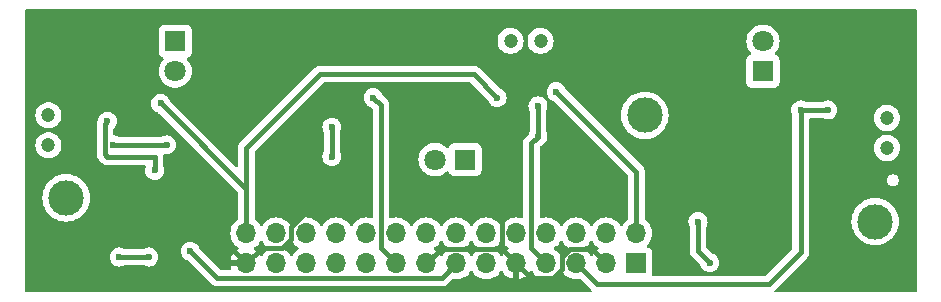
<source format=gbr>
%TF.GenerationSoftware,KiCad,Pcbnew,8.0.1*%
%TF.CreationDate,2024-03-24T20:30:25+02:00*%
%TF.ProjectId,Sensing_Subsystem,53656e73-696e-4675-9f53-756273797374,rev?*%
%TF.SameCoordinates,Original*%
%TF.FileFunction,Copper,L2,Bot*%
%TF.FilePolarity,Positive*%
%FSLAX46Y46*%
G04 Gerber Fmt 4.6, Leading zero omitted, Abs format (unit mm)*
G04 Created by KiCad (PCBNEW 8.0.1) date 2024-03-24 20:30:25*
%MOMM*%
%LPD*%
G01*
G04 APERTURE LIST*
%TA.AperFunction,ComponentPad*%
%ADD10C,1.200000*%
%TD*%
%TA.AperFunction,ComponentPad*%
%ADD11R,1.800000X1.800000*%
%TD*%
%TA.AperFunction,ComponentPad*%
%ADD12C,1.800000*%
%TD*%
%TA.AperFunction,ComponentPad*%
%ADD13C,3.000000*%
%TD*%
%TA.AperFunction,ComponentPad*%
%ADD14R,1.700000X1.700000*%
%TD*%
%TA.AperFunction,ComponentPad*%
%ADD15O,1.700000X1.700000*%
%TD*%
%TA.AperFunction,ViaPad*%
%ADD16C,0.600000*%
%TD*%
%TA.AperFunction,Conductor*%
%ADD17C,0.400000*%
%TD*%
G04 APERTURE END LIST*
D10*
%TO.P,D5,1,A*%
%TO.N,Net-(D5-A)*%
X157670000Y-78700000D03*
%TO.P,D5,2,C*%
%TO.N,+3.3V*%
X155130000Y-78700000D03*
%TD*%
D11*
%TO.P,D1,1,A*%
%TO.N,BATT*%
X126750000Y-78725000D03*
D12*
%TO.P,D1,2,C*%
%TO.N,Net-(D1-C)*%
X126750000Y-81265000D03*
%TD*%
D13*
%TO.P,TP2,1,1*%
%TO.N,Net-(D5-A)*%
X166500000Y-85000000D03*
%TD*%
D11*
%TO.P,D2,1,A*%
%TO.N,BATT*%
X151275000Y-88750000D03*
D12*
%TO.P,D2,2,C*%
%TO.N,Net-(D2-C)*%
X148735000Y-88750000D03*
%TD*%
D10*
%TO.P,D6,1,A*%
%TO.N,Net-(D6-A)*%
X116000000Y-85000000D03*
%TO.P,D6,2,C*%
%TO.N,+3.3V*%
X116000000Y-87540000D03*
%TD*%
%TO.P,D4,1,A*%
%TO.N,Net-(D4-A)*%
X187000000Y-87770000D03*
%TO.P,D4,2,C*%
%TO.N,+3.3V*%
X187000000Y-85230000D03*
%TD*%
D13*
%TO.P,TP3,1,1*%
%TO.N,Net-(D6-A)*%
X117500000Y-92000000D03*
%TD*%
D11*
%TO.P,D3,1,A*%
%TO.N,BATT*%
X176500000Y-81275000D03*
D12*
%TO.P,D3,2,C*%
%TO.N,Net-(D3-C)*%
X176500000Y-78735000D03*
%TD*%
D13*
%TO.P,TP1,1,1*%
%TO.N,Net-(D4-A)*%
X186000000Y-94000000D03*
%TD*%
D14*
%TO.P,J1,1,Pin_1*%
%TO.N,unconnected-(J1-Pin_1-Pad1)*%
X165780000Y-97540000D03*
D15*
%TO.P,J1,2,Pin_2*%
%TO.N,+3.3V*%
X165780000Y-95000000D03*
%TO.P,J1,3,Pin_3*%
%TO.N,GND*%
X163240000Y-97540000D03*
%TO.P,J1,4,Pin_4*%
%TO.N,BATT*%
X163240000Y-95000000D03*
%TO.P,J1,5,Pin_5*%
%TO.N,PA3*%
X160700000Y-97540000D03*
%TO.P,J1,6,Pin_6*%
%TO.N,unconnected-(J1-Pin_6-Pad6)*%
X160700000Y-95000000D03*
%TO.P,J1,7,Pin_7*%
%TO.N,PA4*%
X158160000Y-97540000D03*
%TO.P,J1,8,Pin_8*%
%TO.N,unconnected-(J1-Pin_8-Pad8)*%
X158160000Y-95000000D03*
%TO.P,J1,9,Pin_9*%
%TO.N,GND*%
X155620000Y-97540000D03*
%TO.P,J1,10,Pin_10*%
%TO.N,unconnected-(J1-Pin_10-Pad10)*%
X155620000Y-95000000D03*
%TO.P,J1,11,Pin_11*%
%TO.N,PA5*%
X153080000Y-97540000D03*
%TO.P,J1,12,Pin_12*%
%TO.N,unconnected-(J1-Pin_12-Pad12)*%
X153080000Y-95000000D03*
%TO.P,J1,13,Pin_13*%
%TO.N,PA6*%
X150540000Y-97540000D03*
%TO.P,J1,14,Pin_14*%
%TO.N,unconnected-(J1-Pin_14-Pad14)*%
X150540000Y-95000000D03*
%TO.P,J1,15,Pin_15*%
%TO.N,GND*%
X148000000Y-97540000D03*
%TO.P,J1,16,Pin_16*%
%TO.N,unconnected-(J1-Pin_16-Pad16)*%
X148000000Y-95000000D03*
%TO.P,J1,17,Pin_17*%
%TO.N,PA7*%
X145460000Y-97540000D03*
%TO.P,J1,18,Pin_18*%
%TO.N,unconnected-(J1-Pin_18-Pad18)*%
X145460000Y-95000000D03*
%TO.P,J1,19,Pin_19*%
%TO.N,PC4*%
X142920000Y-97540000D03*
%TO.P,J1,20,Pin_20*%
%TO.N,unconnected-(J1-Pin_20-Pad20)*%
X142920000Y-95000000D03*
%TO.P,J1,21,Pin_21*%
%TO.N,unconnected-(J1-Pin_21-Pad21)*%
X140380000Y-97540000D03*
%TO.P,J1,22,Pin_22*%
%TO.N,unconnected-(J1-Pin_22-Pad22)*%
X140380000Y-95000000D03*
%TO.P,J1,23,Pin_23*%
%TO.N,unconnected-(J1-Pin_23-Pad23)*%
X137840000Y-97540000D03*
%TO.P,J1,24,Pin_24*%
%TO.N,unconnected-(J1-Pin_24-Pad24)*%
X137840000Y-95000000D03*
%TO.P,J1,25,Pin_25*%
%TO.N,unconnected-(J1-Pin_25-Pad25)*%
X135300000Y-97540000D03*
%TO.P,J1,26,Pin_26*%
%TO.N,BATT*%
X135300000Y-95000000D03*
%TO.P,J1,27,Pin_27*%
%TO.N,GND*%
X132760000Y-97540000D03*
%TO.P,J1,28,Pin_28*%
%TO.N,+3.3V*%
X132760000Y-95000000D03*
%TD*%
D16*
%TO.N,+3.3V*%
X159000000Y-83000000D03*
X125500000Y-84000000D03*
X154000000Y-83500000D03*
%TO.N,Net-(D6-A)*%
X121000000Y-85500000D03*
X125000000Y-89674264D03*
%TO.N,GND*%
X173950000Y-93500000D03*
X119000000Y-89000000D03*
X155500000Y-88000000D03*
X139000000Y-92000000D03*
X125000000Y-91000000D03*
X184000000Y-85000000D03*
X188000000Y-83000000D03*
%TO.N,PA6*%
X128000000Y-96500000D03*
%TO.N,PA4*%
X157450000Y-84200000D03*
X157450000Y-86800000D03*
%TO.N,PA5*%
X121500000Y-87500000D03*
X126000000Y-87500000D03*
%TO.N,PA3*%
X179700000Y-84550000D03*
X182000000Y-84550000D03*
%TO.N,PA7*%
X143500000Y-83500000D03*
%TO.N,Net-(Q1-B)*%
X122000000Y-97000000D03*
X124500000Y-97000000D03*
%TO.N,Net-(Q2-B)*%
X140000000Y-86000000D03*
X140000000Y-88500000D03*
%TO.N,Net-(Q3-B)*%
X172000000Y-97500000D03*
X171000000Y-94000000D03*
%TD*%
D17*
%TO.N,+3.3V*%
X125500000Y-84000000D02*
X132760000Y-91260000D01*
X152000000Y-81500000D02*
X154000000Y-83500000D01*
X159000000Y-83000000D02*
X165780000Y-89780000D01*
X132760000Y-91260000D02*
X132760000Y-95000000D01*
X165780000Y-89780000D02*
X165780000Y-95000000D01*
X132760000Y-87740000D02*
X139000000Y-81500000D01*
X139000000Y-81500000D02*
X152000000Y-81500000D01*
X132760000Y-91260000D02*
X132760000Y-87740000D01*
%TO.N,Net-(D6-A)*%
X125000000Y-88500000D02*
X125000000Y-89674264D01*
X121000000Y-88500000D02*
X125000000Y-88500000D01*
X120800000Y-85700000D02*
X120800000Y-88300000D01*
X120800000Y-88300000D02*
X121000000Y-88500000D01*
X121000000Y-85500000D02*
X120800000Y-85700000D01*
%TO.N,GND*%
X161990000Y-96290000D02*
X163240000Y-97540000D01*
X160182233Y-96290000D02*
X161990000Y-96290000D01*
X154370000Y-89130000D02*
X155500000Y-88000000D01*
X155620000Y-97540000D02*
X154370000Y-96290000D01*
X135817767Y-96250000D02*
X134050000Y-96250000D01*
X154370000Y-96290000D02*
X154370000Y-89130000D01*
X136550000Y-95517767D02*
X135817767Y-96250000D01*
X156870000Y-98790000D02*
X158717767Y-98790000D01*
X154370000Y-96290000D02*
X149250000Y-96290000D01*
X134050000Y-96250000D02*
X132760000Y-97540000D01*
X159450000Y-97022233D02*
X160182233Y-96290000D01*
X125000000Y-91000000D02*
X126220000Y-91000000D01*
X126220000Y-91000000D02*
X132760000Y-97540000D01*
X158717767Y-98790000D02*
X159450000Y-98057767D01*
X139000000Y-92000000D02*
X136550000Y-94450000D01*
X155620000Y-97540000D02*
X156870000Y-98790000D01*
X121000000Y-91000000D02*
X119000000Y-89000000D01*
X125000000Y-91000000D02*
X121000000Y-91000000D01*
X186000000Y-83000000D02*
X188000000Y-83000000D01*
X159450000Y-98057767D02*
X159450000Y-97022233D01*
X149250000Y-96290000D02*
X148000000Y-97540000D01*
X136550000Y-94450000D02*
X136550000Y-95517767D01*
X184000000Y-85000000D02*
X186000000Y-83000000D01*
%TO.N,PA6*%
X130290000Y-98790000D02*
X128000000Y-96500000D01*
X149290000Y-98790000D02*
X130290000Y-98790000D01*
X150540000Y-97540000D02*
X149290000Y-98790000D01*
%TO.N,PA4*%
X156887767Y-96267767D02*
X156887767Y-87362233D01*
X156887767Y-87362233D02*
X157450000Y-86800000D01*
X157450000Y-86800000D02*
X157450000Y-84200000D01*
X158160000Y-97540000D02*
X156887767Y-96267767D01*
%TO.N,PA5*%
X122000000Y-87500000D02*
X126000000Y-87500000D01*
X121500000Y-87500000D02*
X122000000Y-87500000D01*
%TO.N,PA3*%
X179700000Y-96600000D02*
X179700000Y-84550000D01*
X160700000Y-97540000D02*
X162460000Y-99300000D01*
X162460000Y-99300000D02*
X177000000Y-99300000D01*
X177000000Y-99300000D02*
X179700000Y-96600000D01*
X182000000Y-84550000D02*
X179700000Y-84550000D01*
%TO.N,PA7*%
X144170000Y-96250000D02*
X144170000Y-84170000D01*
X144170000Y-84170000D02*
X143500000Y-83500000D01*
X145460000Y-97540000D02*
X144170000Y-96250000D01*
%TO.N,Net-(Q1-B)*%
X122000000Y-97000000D02*
X124500000Y-97000000D01*
%TO.N,Net-(Q2-B)*%
X140000000Y-86000000D02*
X140000000Y-88500000D01*
%TO.N,Net-(Q3-B)*%
X171000000Y-96500000D02*
X172000000Y-97500000D01*
X171000000Y-94000000D02*
X171000000Y-96500000D01*
%TD*%
%TA.AperFunction,Conductor*%
%TO.N,GND*%
G36*
X189442539Y-76020185D02*
G01*
X189488294Y-76072989D01*
X189499500Y-76124500D01*
X189499500Y-99875500D01*
X189479815Y-99942539D01*
X189427011Y-99988294D01*
X189375500Y-99999500D01*
X177590520Y-99999500D01*
X177523481Y-99979815D01*
X177477726Y-99927011D01*
X177467782Y-99857853D01*
X177496807Y-99794297D01*
X177502839Y-99787819D01*
X180244111Y-97046546D01*
X180244112Y-97046545D01*
X180244114Y-97046543D01*
X180320775Y-96931811D01*
X180373580Y-96804328D01*
X180400500Y-96668994D01*
X180400500Y-96531006D01*
X180400500Y-94000001D01*
X183994390Y-94000001D01*
X184014804Y-94285433D01*
X184075628Y-94565037D01*
X184175635Y-94833166D01*
X184312770Y-95084309D01*
X184312775Y-95084317D01*
X184484254Y-95313387D01*
X184484270Y-95313405D01*
X184686594Y-95515729D01*
X184686612Y-95515745D01*
X184915682Y-95687224D01*
X184915690Y-95687229D01*
X185166833Y-95824364D01*
X185166832Y-95824364D01*
X185166836Y-95824365D01*
X185166839Y-95824367D01*
X185434954Y-95924369D01*
X185434960Y-95924370D01*
X185434962Y-95924371D01*
X185714566Y-95985195D01*
X185714568Y-95985195D01*
X185714572Y-95985196D01*
X185968220Y-96003337D01*
X185999999Y-96005610D01*
X186000000Y-96005610D01*
X186000001Y-96005610D01*
X186028595Y-96003564D01*
X186285428Y-95985196D01*
X186565046Y-95924369D01*
X186833161Y-95824367D01*
X187084315Y-95687226D01*
X187313395Y-95515739D01*
X187515739Y-95313395D01*
X187687226Y-95084315D01*
X187824367Y-94833161D01*
X187924369Y-94565046D01*
X187985196Y-94285428D01*
X188005610Y-94000000D01*
X187985196Y-93714572D01*
X187984643Y-93712032D01*
X187924371Y-93434962D01*
X187924370Y-93434960D01*
X187924369Y-93434954D01*
X187824367Y-93166839D01*
X187779306Y-93084317D01*
X187687229Y-92915690D01*
X187687224Y-92915682D01*
X187515745Y-92686612D01*
X187515729Y-92686594D01*
X187313405Y-92484270D01*
X187313387Y-92484254D01*
X187084317Y-92312775D01*
X187084309Y-92312770D01*
X186833166Y-92175635D01*
X186833167Y-92175635D01*
X186725915Y-92135632D01*
X186565046Y-92075631D01*
X186565043Y-92075630D01*
X186565037Y-92075628D01*
X186285433Y-92014804D01*
X186000001Y-91994390D01*
X185999999Y-91994390D01*
X185714566Y-92014804D01*
X185434962Y-92075628D01*
X185166833Y-92175635D01*
X184915690Y-92312770D01*
X184915682Y-92312775D01*
X184686612Y-92484254D01*
X184686594Y-92484270D01*
X184484270Y-92686594D01*
X184484254Y-92686612D01*
X184312775Y-92915682D01*
X184312770Y-92915690D01*
X184175635Y-93166833D01*
X184075628Y-93434962D01*
X184014804Y-93714566D01*
X183994390Y-93999998D01*
X183994390Y-94000001D01*
X180400500Y-94000001D01*
X180400500Y-90565891D01*
X186999500Y-90565891D01*
X187033608Y-90693187D01*
X187066554Y-90750250D01*
X187099500Y-90807314D01*
X187192686Y-90900500D01*
X187306814Y-90966392D01*
X187434108Y-91000500D01*
X187434110Y-91000500D01*
X187565890Y-91000500D01*
X187565892Y-91000500D01*
X187693186Y-90966392D01*
X187807314Y-90900500D01*
X187900500Y-90807314D01*
X187966392Y-90693186D01*
X188000500Y-90565892D01*
X188000500Y-90434108D01*
X187966392Y-90306814D01*
X187900500Y-90192686D01*
X187807314Y-90099500D01*
X187750250Y-90066554D01*
X187693187Y-90033608D01*
X187595920Y-90007546D01*
X187565892Y-89999500D01*
X187434108Y-89999500D01*
X187306812Y-90033608D01*
X187192686Y-90099500D01*
X187192683Y-90099502D01*
X187099502Y-90192683D01*
X187099500Y-90192686D01*
X187033608Y-90306812D01*
X186999500Y-90434108D01*
X186999500Y-90565891D01*
X180400500Y-90565891D01*
X180400500Y-87770000D01*
X185894785Y-87770000D01*
X185913602Y-87973082D01*
X185969417Y-88169247D01*
X185969422Y-88169260D01*
X186060327Y-88351821D01*
X186183237Y-88514581D01*
X186333958Y-88651980D01*
X186333960Y-88651982D01*
X186377998Y-88679249D01*
X186507363Y-88759348D01*
X186697544Y-88833024D01*
X186898024Y-88870500D01*
X186898026Y-88870500D01*
X187101974Y-88870500D01*
X187101976Y-88870500D01*
X187302456Y-88833024D01*
X187492637Y-88759348D01*
X187666041Y-88651981D01*
X187812249Y-88518695D01*
X187816762Y-88514581D01*
X187824505Y-88504328D01*
X187939673Y-88351821D01*
X188030582Y-88169250D01*
X188086397Y-87973083D01*
X188105215Y-87770000D01*
X188101059Y-87725154D01*
X188086397Y-87566917D01*
X188065210Y-87492454D01*
X188030582Y-87370750D01*
X188023192Y-87355909D01*
X187986272Y-87281764D01*
X187939673Y-87188179D01*
X187816764Y-87025421D01*
X187816762Y-87025418D01*
X187666041Y-86888019D01*
X187666039Y-86888017D01*
X187492642Y-86780655D01*
X187492635Y-86780651D01*
X187397546Y-86743814D01*
X187302456Y-86706976D01*
X187101976Y-86669500D01*
X186898024Y-86669500D01*
X186697544Y-86706976D01*
X186697541Y-86706976D01*
X186697541Y-86706977D01*
X186507364Y-86780651D01*
X186507357Y-86780655D01*
X186333960Y-86888017D01*
X186333958Y-86888019D01*
X186183237Y-87025418D01*
X186060327Y-87188178D01*
X185969422Y-87370739D01*
X185969417Y-87370752D01*
X185913602Y-87566917D01*
X185894785Y-87769999D01*
X185894785Y-87770000D01*
X180400500Y-87770000D01*
X180400500Y-85374500D01*
X180420185Y-85307461D01*
X180472989Y-85261706D01*
X180524500Y-85250500D01*
X181574506Y-85250500D01*
X181640477Y-85269506D01*
X181650474Y-85275787D01*
X181650475Y-85275787D01*
X181650478Y-85275789D01*
X181783062Y-85322182D01*
X181820745Y-85335368D01*
X181820750Y-85335369D01*
X181999996Y-85355565D01*
X182000000Y-85355565D01*
X182000004Y-85355565D01*
X182179249Y-85335369D01*
X182179252Y-85335368D01*
X182179255Y-85335368D01*
X182349522Y-85275789D01*
X182422395Y-85230000D01*
X185894785Y-85230000D01*
X185913602Y-85433082D01*
X185969417Y-85629247D01*
X185969422Y-85629260D01*
X186060327Y-85811821D01*
X186183237Y-85974581D01*
X186333958Y-86111980D01*
X186333960Y-86111982D01*
X186364551Y-86130923D01*
X186507363Y-86219348D01*
X186697544Y-86293024D01*
X186898024Y-86330500D01*
X186898026Y-86330500D01*
X187101974Y-86330500D01*
X187101976Y-86330500D01*
X187302456Y-86293024D01*
X187492637Y-86219348D01*
X187666041Y-86111981D01*
X187816764Y-85974579D01*
X187939673Y-85811821D01*
X188030582Y-85629250D01*
X188086397Y-85433083D01*
X188105215Y-85230000D01*
X188101919Y-85194435D01*
X188086397Y-85026917D01*
X188050150Y-84899525D01*
X188030582Y-84830750D01*
X188013735Y-84796917D01*
X187972761Y-84714630D01*
X187939673Y-84648179D01*
X187816764Y-84485421D01*
X187816762Y-84485418D01*
X187666041Y-84348019D01*
X187666039Y-84348017D01*
X187492642Y-84240655D01*
X187492635Y-84240651D01*
X187334136Y-84179249D01*
X187302456Y-84166976D01*
X187101976Y-84129500D01*
X186898024Y-84129500D01*
X186697544Y-84166976D01*
X186697541Y-84166976D01*
X186697541Y-84166977D01*
X186507364Y-84240651D01*
X186507357Y-84240655D01*
X186333960Y-84348017D01*
X186333958Y-84348019D01*
X186183237Y-84485418D01*
X186060327Y-84648178D01*
X185969422Y-84830739D01*
X185969417Y-84830752D01*
X185913602Y-85026917D01*
X185894785Y-85229999D01*
X185894785Y-85230000D01*
X182422395Y-85230000D01*
X182502262Y-85179816D01*
X182629816Y-85052262D01*
X182725789Y-84899522D01*
X182785368Y-84729255D01*
X182787016Y-84714630D01*
X182805565Y-84550003D01*
X182805565Y-84549996D01*
X182785369Y-84370750D01*
X182785368Y-84370745D01*
X182777415Y-84348017D01*
X182725789Y-84200478D01*
X182704648Y-84166833D01*
X182681388Y-84129815D01*
X182629816Y-84047738D01*
X182502262Y-83920184D01*
X182391326Y-83850478D01*
X182349523Y-83824211D01*
X182179254Y-83764631D01*
X182179249Y-83764630D01*
X182000004Y-83744435D01*
X181999996Y-83744435D01*
X181820750Y-83764630D01*
X181820745Y-83764631D01*
X181650474Y-83824212D01*
X181640477Y-83830494D01*
X181574506Y-83849500D01*
X180125494Y-83849500D01*
X180059523Y-83830494D01*
X180049525Y-83824212D01*
X179879254Y-83764631D01*
X179879249Y-83764630D01*
X179700004Y-83744435D01*
X179699996Y-83744435D01*
X179520750Y-83764630D01*
X179520745Y-83764631D01*
X179350476Y-83824211D01*
X179197737Y-83920184D01*
X179070184Y-84047737D01*
X178974211Y-84200476D01*
X178914631Y-84370745D01*
X178914630Y-84370750D01*
X178894435Y-84549996D01*
X178894435Y-84550003D01*
X178914630Y-84729249D01*
X178914631Y-84729254D01*
X178974212Y-84899525D01*
X178980492Y-84909519D01*
X178999500Y-84975493D01*
X178999500Y-96258481D01*
X178979815Y-96325520D01*
X178963181Y-96346162D01*
X176746162Y-98563181D01*
X176684839Y-98596666D01*
X176658481Y-98599500D01*
X167251169Y-98599500D01*
X167184130Y-98579815D01*
X167138375Y-98527011D01*
X167127879Y-98462247D01*
X167130500Y-98437873D01*
X167130499Y-96642128D01*
X167124091Y-96582517D01*
X167123002Y-96579598D01*
X167073797Y-96447671D01*
X167073793Y-96447664D01*
X166987547Y-96332455D01*
X166987544Y-96332452D01*
X166872335Y-96246206D01*
X166872328Y-96246202D01*
X166740917Y-96197189D01*
X166684983Y-96155318D01*
X166660566Y-96089853D01*
X166675418Y-96021580D01*
X166696563Y-95993332D01*
X166818495Y-95871401D01*
X166954035Y-95677830D01*
X167053903Y-95463663D01*
X167115063Y-95235408D01*
X167135659Y-95000000D01*
X167115063Y-94764592D01*
X167068626Y-94591285D01*
X167053905Y-94536344D01*
X167053904Y-94536343D01*
X167053903Y-94536337D01*
X166954035Y-94322171D01*
X166948425Y-94314158D01*
X166818494Y-94128597D01*
X166689899Y-94000003D01*
X170194435Y-94000003D01*
X170214630Y-94179249D01*
X170214631Y-94179254D01*
X170274212Y-94349525D01*
X170280492Y-94359519D01*
X170299500Y-94425493D01*
X170299500Y-96431006D01*
X170299500Y-96568994D01*
X170299500Y-96568996D01*
X170299499Y-96568996D01*
X170326418Y-96704322D01*
X170326421Y-96704332D01*
X170379222Y-96831807D01*
X170455887Y-96946545D01*
X170455888Y-96946546D01*
X171208630Y-97699287D01*
X171237990Y-97746013D01*
X171274209Y-97849519D01*
X171274211Y-97849522D01*
X171370184Y-98002262D01*
X171497738Y-98129816D01*
X171580440Y-98181781D01*
X171649866Y-98225405D01*
X171650478Y-98225789D01*
X171820745Y-98285368D01*
X171820750Y-98285369D01*
X171999996Y-98305565D01*
X172000000Y-98305565D01*
X172000004Y-98305565D01*
X172179249Y-98285369D01*
X172179252Y-98285368D01*
X172179255Y-98285368D01*
X172349522Y-98225789D01*
X172502262Y-98129816D01*
X172629816Y-98002262D01*
X172725789Y-97849522D01*
X172785368Y-97679255D01*
X172785369Y-97679249D01*
X172805565Y-97500003D01*
X172805565Y-97499996D01*
X172785369Y-97320750D01*
X172785368Y-97320745D01*
X172774610Y-97290000D01*
X172725789Y-97150478D01*
X172629816Y-96997738D01*
X172502262Y-96870184D01*
X172349522Y-96774211D01*
X172349519Y-96774209D01*
X172246013Y-96737990D01*
X172199287Y-96708630D01*
X171736819Y-96246162D01*
X171703334Y-96184839D01*
X171700500Y-96158481D01*
X171700500Y-94425493D01*
X171719508Y-94359519D01*
X171725787Y-94349525D01*
X171725786Y-94349525D01*
X171725789Y-94349522D01*
X171785368Y-94179255D01*
X171805565Y-94000000D01*
X171801227Y-93961501D01*
X171785369Y-93820750D01*
X171785368Y-93820745D01*
X171766255Y-93766123D01*
X171725789Y-93650478D01*
X171629816Y-93497738D01*
X171502262Y-93370184D01*
X171411899Y-93313405D01*
X171349523Y-93274211D01*
X171179254Y-93214631D01*
X171179249Y-93214630D01*
X171000004Y-93194435D01*
X170999996Y-93194435D01*
X170820750Y-93214630D01*
X170820745Y-93214631D01*
X170650476Y-93274211D01*
X170497737Y-93370184D01*
X170370184Y-93497737D01*
X170274211Y-93650476D01*
X170214631Y-93820745D01*
X170214630Y-93820750D01*
X170194435Y-93999996D01*
X170194435Y-94000003D01*
X166689899Y-94000003D01*
X166651404Y-93961508D01*
X166651402Y-93961506D01*
X166651401Y-93961505D01*
X166651396Y-93961501D01*
X166651393Y-93961499D01*
X166533376Y-93878861D01*
X166489751Y-93824284D01*
X166480500Y-93777287D01*
X166480500Y-89711009D01*
X166477887Y-89697875D01*
X166477887Y-89697873D01*
X166453580Y-89575672D01*
X166449754Y-89566435D01*
X166400777Y-89448192D01*
X166324112Y-89333454D01*
X166324111Y-89333453D01*
X161990658Y-85000001D01*
X164494390Y-85000001D01*
X164514804Y-85285433D01*
X164575628Y-85565037D01*
X164575630Y-85565043D01*
X164575631Y-85565046D01*
X164618229Y-85679255D01*
X164675635Y-85833166D01*
X164812770Y-86084309D01*
X164812775Y-86084317D01*
X164984254Y-86313387D01*
X164984270Y-86313405D01*
X165186594Y-86515729D01*
X165186612Y-86515745D01*
X165415682Y-86687224D01*
X165415690Y-86687229D01*
X165666833Y-86824364D01*
X165666832Y-86824364D01*
X165666836Y-86824365D01*
X165666839Y-86824367D01*
X165934954Y-86924369D01*
X165934960Y-86924370D01*
X165934962Y-86924371D01*
X166214566Y-86985195D01*
X166214568Y-86985195D01*
X166214572Y-86985196D01*
X166468220Y-87003337D01*
X166499999Y-87005610D01*
X166500000Y-87005610D01*
X166500001Y-87005610D01*
X166528595Y-87003564D01*
X166785428Y-86985196D01*
X166812739Y-86979255D01*
X167065037Y-86924371D01*
X167065037Y-86924370D01*
X167065046Y-86924369D01*
X167333161Y-86824367D01*
X167584315Y-86687226D01*
X167813395Y-86515739D01*
X168015739Y-86313395D01*
X168187226Y-86084315D01*
X168324367Y-85833161D01*
X168424369Y-85565046D01*
X168453076Y-85433082D01*
X168485195Y-85285433D01*
X168485195Y-85285432D01*
X168485196Y-85285428D01*
X168505610Y-85000000D01*
X168485196Y-84714572D01*
X168480815Y-84694435D01*
X168424371Y-84434962D01*
X168424370Y-84434960D01*
X168424369Y-84434954D01*
X168324367Y-84166839D01*
X168304150Y-84129815D01*
X168187229Y-83915690D01*
X168187224Y-83915682D01*
X168015745Y-83686612D01*
X168015729Y-83686594D01*
X167813405Y-83484270D01*
X167813387Y-83484254D01*
X167584317Y-83312775D01*
X167584309Y-83312770D01*
X167333166Y-83175635D01*
X167333167Y-83175635D01*
X167225915Y-83135632D01*
X167065046Y-83075631D01*
X167065043Y-83075630D01*
X167065037Y-83075628D01*
X166785433Y-83014804D01*
X166500001Y-82994390D01*
X166499999Y-82994390D01*
X166214566Y-83014804D01*
X165934962Y-83075628D01*
X165666833Y-83175635D01*
X165415690Y-83312770D01*
X165415682Y-83312775D01*
X165186612Y-83484254D01*
X165186594Y-83484270D01*
X164984270Y-83686594D01*
X164984254Y-83686612D01*
X164812775Y-83915682D01*
X164812770Y-83915690D01*
X164675635Y-84166833D01*
X164575628Y-84434962D01*
X164514804Y-84714566D01*
X164494390Y-84999998D01*
X164494390Y-85000001D01*
X161990658Y-85000001D01*
X159791367Y-82800710D01*
X159762006Y-82753983D01*
X159748236Y-82714631D01*
X159725789Y-82650478D01*
X159711223Y-82627297D01*
X159629815Y-82497737D01*
X159502262Y-82370184D01*
X159349523Y-82274211D01*
X159179254Y-82214631D01*
X159179249Y-82214630D01*
X159000004Y-82194435D01*
X158999996Y-82194435D01*
X158820750Y-82214630D01*
X158820745Y-82214631D01*
X158650476Y-82274211D01*
X158497737Y-82370184D01*
X158370184Y-82497737D01*
X158274211Y-82650476D01*
X158214631Y-82820745D01*
X158214630Y-82820750D01*
X158194435Y-82999996D01*
X158194435Y-83000003D01*
X158214630Y-83179249D01*
X158214631Y-83179254D01*
X158274211Y-83349523D01*
X158315122Y-83414632D01*
X158370184Y-83502262D01*
X158497738Y-83629816D01*
X158576410Y-83679249D01*
X158646766Y-83723457D01*
X158650478Y-83725789D01*
X158753984Y-83762007D01*
X158800710Y-83791367D01*
X165043181Y-90033838D01*
X165076666Y-90095161D01*
X165079500Y-90121519D01*
X165079500Y-93777288D01*
X165059815Y-93844327D01*
X165026624Y-93878863D01*
X164908594Y-93961508D01*
X164741505Y-94128597D01*
X164611575Y-94314158D01*
X164556998Y-94357783D01*
X164487500Y-94364977D01*
X164425145Y-94333454D01*
X164408425Y-94314158D01*
X164278494Y-94128597D01*
X164111402Y-93961506D01*
X164111395Y-93961501D01*
X163917834Y-93825967D01*
X163917830Y-93825965D01*
X163813442Y-93777288D01*
X163703663Y-93726097D01*
X163703659Y-93726096D01*
X163703655Y-93726094D01*
X163475413Y-93664938D01*
X163475403Y-93664936D01*
X163240001Y-93644341D01*
X163239999Y-93644341D01*
X163004596Y-93664936D01*
X163004586Y-93664938D01*
X162776344Y-93726094D01*
X162776335Y-93726098D01*
X162562171Y-93825964D01*
X162562169Y-93825965D01*
X162368597Y-93961505D01*
X162201505Y-94128597D01*
X162071575Y-94314158D01*
X162016998Y-94357783D01*
X161947500Y-94364977D01*
X161885145Y-94333454D01*
X161868425Y-94314158D01*
X161738494Y-94128597D01*
X161571402Y-93961506D01*
X161571395Y-93961501D01*
X161377834Y-93825967D01*
X161377830Y-93825965D01*
X161273442Y-93777288D01*
X161163663Y-93726097D01*
X161163659Y-93726096D01*
X161163655Y-93726094D01*
X160935413Y-93664938D01*
X160935403Y-93664936D01*
X160700001Y-93644341D01*
X160699999Y-93644341D01*
X160464596Y-93664936D01*
X160464586Y-93664938D01*
X160236344Y-93726094D01*
X160236335Y-93726098D01*
X160022171Y-93825964D01*
X160022169Y-93825965D01*
X159828597Y-93961505D01*
X159661505Y-94128597D01*
X159531575Y-94314158D01*
X159476998Y-94357783D01*
X159407500Y-94364977D01*
X159345145Y-94333454D01*
X159328425Y-94314158D01*
X159198494Y-94128597D01*
X159031402Y-93961506D01*
X159031395Y-93961501D01*
X158837834Y-93825967D01*
X158837830Y-93825965D01*
X158733442Y-93777288D01*
X158623663Y-93726097D01*
X158623659Y-93726096D01*
X158623655Y-93726094D01*
X158395413Y-93664938D01*
X158395403Y-93664936D01*
X158160001Y-93644341D01*
X158159999Y-93644341D01*
X157924596Y-93664936D01*
X157924586Y-93664938D01*
X157744360Y-93713229D01*
X157674510Y-93711566D01*
X157616648Y-93672403D01*
X157589144Y-93608174D01*
X157588267Y-93593454D01*
X157588267Y-87703752D01*
X157607952Y-87636713D01*
X157624586Y-87616071D01*
X157649290Y-87591367D01*
X157696016Y-87562006D01*
X157799522Y-87525789D01*
X157952262Y-87429816D01*
X158079816Y-87302262D01*
X158175789Y-87149522D01*
X158235368Y-86979255D01*
X158242530Y-86915690D01*
X158255565Y-86800003D01*
X158255565Y-86799996D01*
X158235369Y-86620750D01*
X158235366Y-86620737D01*
X158175790Y-86450479D01*
X158169506Y-86440478D01*
X158150500Y-86374507D01*
X158150500Y-84625493D01*
X158169508Y-84559519D01*
X158175787Y-84549525D01*
X158175786Y-84549525D01*
X158175789Y-84549522D01*
X158235368Y-84379255D01*
X158235369Y-84379249D01*
X158255565Y-84200003D01*
X158255565Y-84199996D01*
X158235369Y-84020750D01*
X158235368Y-84020745D01*
X158231836Y-84010651D01*
X158175789Y-83850478D01*
X158175188Y-83849522D01*
X158109158Y-83744435D01*
X158079816Y-83697738D01*
X157952262Y-83570184D01*
X157799523Y-83474211D01*
X157629254Y-83414631D01*
X157629249Y-83414630D01*
X157450004Y-83394435D01*
X157449996Y-83394435D01*
X157270750Y-83414630D01*
X157270745Y-83414631D01*
X157100476Y-83474211D01*
X156947737Y-83570184D01*
X156820184Y-83697737D01*
X156724211Y-83850476D01*
X156664631Y-84020745D01*
X156664630Y-84020750D01*
X156644435Y-84199996D01*
X156644435Y-84200003D01*
X156664630Y-84379249D01*
X156664631Y-84379254D01*
X156724212Y-84549525D01*
X156730492Y-84559519D01*
X156749500Y-84625493D01*
X156749500Y-86374507D01*
X156730494Y-86440478D01*
X156724209Y-86450479D01*
X156687992Y-86553983D01*
X156658632Y-86600709D01*
X156343654Y-86915687D01*
X156266989Y-87030425D01*
X156214188Y-87157900D01*
X156214185Y-87157912D01*
X156187538Y-87291876D01*
X156187532Y-87291911D01*
X156187267Y-87293241D01*
X156187267Y-93592257D01*
X156167582Y-93659296D01*
X156114778Y-93705051D01*
X156045620Y-93714995D01*
X156031174Y-93712032D01*
X155855413Y-93664938D01*
X155855403Y-93664936D01*
X155620001Y-93644341D01*
X155619999Y-93644341D01*
X155384596Y-93664936D01*
X155384586Y-93664938D01*
X155156344Y-93726094D01*
X155156335Y-93726098D01*
X154942171Y-93825964D01*
X154942169Y-93825965D01*
X154748597Y-93961505D01*
X154581505Y-94128597D01*
X154451575Y-94314158D01*
X154396998Y-94357783D01*
X154327500Y-94364977D01*
X154265145Y-94333454D01*
X154248425Y-94314158D01*
X154118494Y-94128597D01*
X153951402Y-93961506D01*
X153951395Y-93961501D01*
X153757834Y-93825967D01*
X153757830Y-93825965D01*
X153653442Y-93777288D01*
X153543663Y-93726097D01*
X153543659Y-93726096D01*
X153543655Y-93726094D01*
X153315413Y-93664938D01*
X153315403Y-93664936D01*
X153080001Y-93644341D01*
X153079999Y-93644341D01*
X152844596Y-93664936D01*
X152844586Y-93664938D01*
X152616344Y-93726094D01*
X152616335Y-93726098D01*
X152402171Y-93825964D01*
X152402169Y-93825965D01*
X152208597Y-93961505D01*
X152041505Y-94128597D01*
X151911575Y-94314158D01*
X151856998Y-94357783D01*
X151787500Y-94364977D01*
X151725145Y-94333454D01*
X151708425Y-94314158D01*
X151578494Y-94128597D01*
X151411402Y-93961506D01*
X151411395Y-93961501D01*
X151217834Y-93825967D01*
X151217830Y-93825965D01*
X151113442Y-93777288D01*
X151003663Y-93726097D01*
X151003659Y-93726096D01*
X151003655Y-93726094D01*
X150775413Y-93664938D01*
X150775403Y-93664936D01*
X150540001Y-93644341D01*
X150539999Y-93644341D01*
X150304596Y-93664936D01*
X150304586Y-93664938D01*
X150076344Y-93726094D01*
X150076335Y-93726098D01*
X149862171Y-93825964D01*
X149862169Y-93825965D01*
X149668597Y-93961505D01*
X149501505Y-94128597D01*
X149371575Y-94314158D01*
X149316998Y-94357783D01*
X149247500Y-94364977D01*
X149185145Y-94333454D01*
X149168425Y-94314158D01*
X149038494Y-94128597D01*
X148871402Y-93961506D01*
X148871395Y-93961501D01*
X148677834Y-93825967D01*
X148677830Y-93825965D01*
X148573442Y-93777288D01*
X148463663Y-93726097D01*
X148463659Y-93726096D01*
X148463655Y-93726094D01*
X148235413Y-93664938D01*
X148235403Y-93664936D01*
X148000001Y-93644341D01*
X147999999Y-93644341D01*
X147764596Y-93664936D01*
X147764586Y-93664938D01*
X147536344Y-93726094D01*
X147536335Y-93726098D01*
X147322171Y-93825964D01*
X147322169Y-93825965D01*
X147128597Y-93961505D01*
X146961505Y-94128597D01*
X146831575Y-94314158D01*
X146776998Y-94357783D01*
X146707500Y-94364977D01*
X146645145Y-94333454D01*
X146628425Y-94314158D01*
X146498494Y-94128597D01*
X146331402Y-93961506D01*
X146331395Y-93961501D01*
X146137834Y-93825967D01*
X146137830Y-93825965D01*
X146033442Y-93777288D01*
X145923663Y-93726097D01*
X145923659Y-93726096D01*
X145923655Y-93726094D01*
X145695413Y-93664938D01*
X145695403Y-93664936D01*
X145460001Y-93644341D01*
X145459999Y-93644341D01*
X145224596Y-93664936D01*
X145224586Y-93664938D01*
X145026593Y-93717989D01*
X144956743Y-93716326D01*
X144898881Y-93677163D01*
X144871377Y-93612934D01*
X144870500Y-93598214D01*
X144870500Y-88750006D01*
X147329700Y-88750006D01*
X147348864Y-88981297D01*
X147348866Y-88981308D01*
X147405842Y-89206300D01*
X147499075Y-89418848D01*
X147626016Y-89613147D01*
X147626019Y-89613151D01*
X147626021Y-89613153D01*
X147783216Y-89783913D01*
X147783219Y-89783915D01*
X147783222Y-89783918D01*
X147966365Y-89926464D01*
X147966371Y-89926468D01*
X147966374Y-89926470D01*
X148170497Y-90036936D01*
X148283203Y-90075628D01*
X148390015Y-90112297D01*
X148390017Y-90112297D01*
X148390019Y-90112298D01*
X148618951Y-90150500D01*
X148618952Y-90150500D01*
X148851048Y-90150500D01*
X148851049Y-90150500D01*
X149079981Y-90112298D01*
X149299503Y-90036936D01*
X149503626Y-89926470D01*
X149686784Y-89783913D01*
X149695130Y-89774846D01*
X149755010Y-89738854D01*
X149824849Y-89740949D01*
X149882468Y-89780469D01*
X149902544Y-89815491D01*
X149931203Y-89892330D01*
X149931206Y-89892335D01*
X150017452Y-90007544D01*
X150017455Y-90007547D01*
X150132664Y-90093793D01*
X150132671Y-90093797D01*
X150267517Y-90144091D01*
X150267516Y-90144091D01*
X150274444Y-90144835D01*
X150327127Y-90150500D01*
X152222872Y-90150499D01*
X152282483Y-90144091D01*
X152417331Y-90093796D01*
X152532546Y-90007546D01*
X152618796Y-89892331D01*
X152669091Y-89757483D01*
X152675500Y-89697873D01*
X152675499Y-87802128D01*
X152669091Y-87742517D01*
X152659233Y-87716087D01*
X152618797Y-87607671D01*
X152618793Y-87607664D01*
X152532547Y-87492455D01*
X152532544Y-87492452D01*
X152417335Y-87406206D01*
X152417328Y-87406202D01*
X152282482Y-87355908D01*
X152282483Y-87355908D01*
X152222883Y-87349501D01*
X152222881Y-87349500D01*
X152222873Y-87349500D01*
X152222864Y-87349500D01*
X150327129Y-87349500D01*
X150327123Y-87349501D01*
X150267516Y-87355908D01*
X150132671Y-87406202D01*
X150132664Y-87406206D01*
X150017455Y-87492452D01*
X150017452Y-87492455D01*
X149931206Y-87607664D01*
X149931203Y-87607670D01*
X149902544Y-87684508D01*
X149860672Y-87740441D01*
X149795208Y-87764858D01*
X149726935Y-87750006D01*
X149695135Y-87725158D01*
X149686784Y-87716087D01*
X149686778Y-87716082D01*
X149686777Y-87716081D01*
X149503634Y-87573535D01*
X149503628Y-87573531D01*
X149299504Y-87463064D01*
X149299495Y-87463061D01*
X149079984Y-87387702D01*
X148889450Y-87355908D01*
X148851049Y-87349500D01*
X148618951Y-87349500D01*
X148580550Y-87355908D01*
X148390015Y-87387702D01*
X148170504Y-87463061D01*
X148170495Y-87463064D01*
X147966371Y-87573531D01*
X147966365Y-87573535D01*
X147783222Y-87716081D01*
X147783219Y-87716084D01*
X147783216Y-87716086D01*
X147783216Y-87716087D01*
X147738319Y-87764858D01*
X147626016Y-87886852D01*
X147499075Y-88081151D01*
X147405842Y-88293699D01*
X147348866Y-88518691D01*
X147348864Y-88518702D01*
X147329700Y-88749993D01*
X147329700Y-88750006D01*
X144870500Y-88750006D01*
X144870500Y-84101004D01*
X144843581Y-83965677D01*
X144843580Y-83965676D01*
X144843580Y-83965672D01*
X144795865Y-83850478D01*
X144790776Y-83838191D01*
X144781435Y-83824211D01*
X144741626Y-83764632D01*
X144739871Y-83762006D01*
X144714112Y-83723454D01*
X144714109Y-83723451D01*
X144291367Y-83300710D01*
X144262006Y-83253983D01*
X144248236Y-83214631D01*
X144225789Y-83150478D01*
X144129816Y-82997738D01*
X144002262Y-82870184D01*
X143849523Y-82774211D01*
X143679254Y-82714631D01*
X143679249Y-82714630D01*
X143500004Y-82694435D01*
X143499996Y-82694435D01*
X143320750Y-82714630D01*
X143320745Y-82714631D01*
X143150476Y-82774211D01*
X142997737Y-82870184D01*
X142870184Y-82997737D01*
X142774211Y-83150476D01*
X142714631Y-83320745D01*
X142714630Y-83320750D01*
X142694435Y-83499996D01*
X142694435Y-83500003D01*
X142714630Y-83679249D01*
X142714631Y-83679254D01*
X142774211Y-83849523D01*
X142847190Y-83965667D01*
X142870184Y-84002262D01*
X142997738Y-84129816D01*
X143076410Y-84179249D01*
X143110192Y-84200476D01*
X143150478Y-84225789D01*
X143253984Y-84262007D01*
X143300710Y-84291367D01*
X143433181Y-84423838D01*
X143466666Y-84485161D01*
X143469500Y-84511519D01*
X143469500Y-93587496D01*
X143449815Y-93654535D01*
X143397011Y-93700290D01*
X143327853Y-93710234D01*
X143313408Y-93707271D01*
X143155416Y-93664939D01*
X143155412Y-93664938D01*
X143155408Y-93664937D01*
X143155406Y-93664936D01*
X143155403Y-93664936D01*
X142920001Y-93644341D01*
X142919999Y-93644341D01*
X142684596Y-93664936D01*
X142684586Y-93664938D01*
X142456344Y-93726094D01*
X142456335Y-93726098D01*
X142242171Y-93825964D01*
X142242169Y-93825965D01*
X142048597Y-93961505D01*
X141881505Y-94128597D01*
X141751575Y-94314158D01*
X141696998Y-94357783D01*
X141627500Y-94364977D01*
X141565145Y-94333454D01*
X141548425Y-94314158D01*
X141418494Y-94128597D01*
X141251402Y-93961506D01*
X141251395Y-93961501D01*
X141057834Y-93825967D01*
X141057830Y-93825965D01*
X140953442Y-93777288D01*
X140843663Y-93726097D01*
X140843659Y-93726096D01*
X140843655Y-93726094D01*
X140615413Y-93664938D01*
X140615403Y-93664936D01*
X140380001Y-93644341D01*
X140379999Y-93644341D01*
X140144596Y-93664936D01*
X140144586Y-93664938D01*
X139916344Y-93726094D01*
X139916335Y-93726098D01*
X139702171Y-93825964D01*
X139702169Y-93825965D01*
X139508597Y-93961505D01*
X139341505Y-94128597D01*
X139211575Y-94314158D01*
X139156998Y-94357783D01*
X139087500Y-94364977D01*
X139025145Y-94333454D01*
X139008425Y-94314158D01*
X138878494Y-94128597D01*
X138711402Y-93961506D01*
X138711395Y-93961501D01*
X138517834Y-93825967D01*
X138517830Y-93825965D01*
X138413442Y-93777288D01*
X138303663Y-93726097D01*
X138303659Y-93726096D01*
X138303655Y-93726094D01*
X138075413Y-93664938D01*
X138075403Y-93664936D01*
X137840001Y-93644341D01*
X137839999Y-93644341D01*
X137604596Y-93664936D01*
X137604586Y-93664938D01*
X137376344Y-93726094D01*
X137376335Y-93726098D01*
X137162171Y-93825964D01*
X137162169Y-93825965D01*
X136968597Y-93961505D01*
X136801505Y-94128597D01*
X136671575Y-94314158D01*
X136616998Y-94357783D01*
X136547500Y-94364977D01*
X136485145Y-94333454D01*
X136468425Y-94314158D01*
X136338494Y-94128597D01*
X136171402Y-93961506D01*
X136171395Y-93961501D01*
X135977834Y-93825967D01*
X135977830Y-93825965D01*
X135873442Y-93777288D01*
X135763663Y-93726097D01*
X135763659Y-93726096D01*
X135763655Y-93726094D01*
X135535413Y-93664938D01*
X135535403Y-93664936D01*
X135300001Y-93644341D01*
X135299999Y-93644341D01*
X135064596Y-93664936D01*
X135064586Y-93664938D01*
X134836344Y-93726094D01*
X134836335Y-93726098D01*
X134622171Y-93825964D01*
X134622169Y-93825965D01*
X134428597Y-93961505D01*
X134261505Y-94128597D01*
X134131575Y-94314158D01*
X134076998Y-94357783D01*
X134007500Y-94364977D01*
X133945145Y-94333454D01*
X133928425Y-94314158D01*
X133798494Y-94128597D01*
X133631404Y-93961508D01*
X133631402Y-93961506D01*
X133631401Y-93961505D01*
X133631396Y-93961501D01*
X133631393Y-93961499D01*
X133513376Y-93878861D01*
X133469751Y-93824284D01*
X133460500Y-93777287D01*
X133460500Y-88500003D01*
X139194435Y-88500003D01*
X139214630Y-88679249D01*
X139214631Y-88679254D01*
X139274211Y-88849523D01*
X139287392Y-88870500D01*
X139370184Y-89002262D01*
X139497738Y-89129816D01*
X139650478Y-89225789D01*
X139716157Y-89248771D01*
X139820745Y-89285368D01*
X139820750Y-89285369D01*
X139999996Y-89305565D01*
X140000000Y-89305565D01*
X140000004Y-89305565D01*
X140179249Y-89285369D01*
X140179252Y-89285368D01*
X140179255Y-89285368D01*
X140349522Y-89225789D01*
X140502262Y-89129816D01*
X140629816Y-89002262D01*
X140725789Y-88849522D01*
X140785368Y-88679255D01*
X140793957Y-88603024D01*
X140805565Y-88500003D01*
X140805565Y-88499996D01*
X140785369Y-88320750D01*
X140785366Y-88320737D01*
X140725790Y-88150479D01*
X140719506Y-88140478D01*
X140700500Y-88074507D01*
X140700500Y-86425493D01*
X140719508Y-86359519D01*
X140725787Y-86349525D01*
X140725786Y-86349525D01*
X140725789Y-86349522D01*
X140785368Y-86179255D01*
X140790814Y-86130923D01*
X140805565Y-86000003D01*
X140805565Y-85999996D01*
X140785369Y-85820750D01*
X140785368Y-85820745D01*
X140758716Y-85744579D01*
X140725789Y-85650478D01*
X140629816Y-85497738D01*
X140502262Y-85370184D01*
X140478996Y-85355565D01*
X140349523Y-85274211D01*
X140179254Y-85214631D01*
X140179249Y-85214630D01*
X140000004Y-85194435D01*
X139999996Y-85194435D01*
X139820750Y-85214630D01*
X139820745Y-85214631D01*
X139650476Y-85274211D01*
X139497737Y-85370184D01*
X139370184Y-85497737D01*
X139274211Y-85650476D01*
X139214631Y-85820745D01*
X139214630Y-85820750D01*
X139194435Y-85999996D01*
X139194435Y-86000003D01*
X139214630Y-86179249D01*
X139214631Y-86179254D01*
X139274212Y-86349525D01*
X139280492Y-86359519D01*
X139299500Y-86425493D01*
X139299500Y-88074507D01*
X139280494Y-88140478D01*
X139274209Y-88150479D01*
X139214633Y-88320737D01*
X139214630Y-88320750D01*
X139194435Y-88499996D01*
X139194435Y-88500003D01*
X133460500Y-88500003D01*
X133460500Y-88081519D01*
X133480185Y-88014480D01*
X133496819Y-87993838D01*
X139253838Y-82236819D01*
X139315161Y-82203334D01*
X139341519Y-82200500D01*
X151658481Y-82200500D01*
X151725520Y-82220185D01*
X151746162Y-82236819D01*
X153208630Y-83699287D01*
X153237990Y-83746013D01*
X153274209Y-83849519D01*
X153274211Y-83849522D01*
X153370184Y-84002262D01*
X153497738Y-84129816D01*
X153576410Y-84179249D01*
X153610192Y-84200476D01*
X153650478Y-84225789D01*
X153780695Y-84271354D01*
X153820745Y-84285368D01*
X153820750Y-84285369D01*
X153999996Y-84305565D01*
X154000000Y-84305565D01*
X154000004Y-84305565D01*
X154179249Y-84285369D01*
X154179252Y-84285368D01*
X154179255Y-84285368D01*
X154349522Y-84225789D01*
X154502262Y-84129816D01*
X154629816Y-84002262D01*
X154725789Y-83849522D01*
X154785368Y-83679255D01*
X154785369Y-83679249D01*
X154805565Y-83500003D01*
X154805565Y-83499996D01*
X154785369Y-83320750D01*
X154785368Y-83320745D01*
X154741170Y-83194435D01*
X154725789Y-83150478D01*
X154629816Y-82997738D01*
X154502262Y-82870184D01*
X154391695Y-82800710D01*
X154349519Y-82774209D01*
X154246013Y-82737990D01*
X154199287Y-82708630D01*
X152446546Y-80955888D01*
X152446545Y-80955887D01*
X152331807Y-80879222D01*
X152204332Y-80826421D01*
X152204322Y-80826418D01*
X152068996Y-80799500D01*
X152068994Y-80799500D01*
X152068993Y-80799500D01*
X139068994Y-80799500D01*
X138931006Y-80799500D01*
X138931004Y-80799500D01*
X138795677Y-80826418D01*
X138795667Y-80826421D01*
X138668192Y-80879222D01*
X138553454Y-80955887D01*
X132215887Y-87293454D01*
X132139223Y-87408192D01*
X132086421Y-87535668D01*
X132086418Y-87535680D01*
X132078889Y-87573531D01*
X132078889Y-87573532D01*
X132059500Y-87671004D01*
X132059500Y-89269481D01*
X132039815Y-89336520D01*
X131987011Y-89382275D01*
X131917853Y-89392219D01*
X131854297Y-89363194D01*
X131847819Y-89357162D01*
X126291367Y-83800710D01*
X126262006Y-83753983D01*
X126259217Y-83746013D01*
X126225789Y-83650478D01*
X126129816Y-83497738D01*
X126002262Y-83370184D01*
X125969379Y-83349522D01*
X125849523Y-83274211D01*
X125679254Y-83214631D01*
X125679249Y-83214630D01*
X125500004Y-83194435D01*
X125499996Y-83194435D01*
X125320750Y-83214630D01*
X125320745Y-83214631D01*
X125150476Y-83274211D01*
X124997737Y-83370184D01*
X124870184Y-83497737D01*
X124774211Y-83650476D01*
X124714631Y-83820745D01*
X124714630Y-83820750D01*
X124694435Y-83999996D01*
X124694435Y-84000003D01*
X124714630Y-84179249D01*
X124714631Y-84179254D01*
X124774211Y-84349523D01*
X124859439Y-84485161D01*
X124870184Y-84502262D01*
X124997738Y-84629816D01*
X125026961Y-84648178D01*
X125132721Y-84714632D01*
X125150478Y-84725789D01*
X125253984Y-84762007D01*
X125300710Y-84791367D01*
X132023181Y-91513837D01*
X132056666Y-91575160D01*
X132059500Y-91601518D01*
X132059500Y-93777288D01*
X132039815Y-93844327D01*
X132006624Y-93878863D01*
X131888594Y-93961508D01*
X131721505Y-94128597D01*
X131585965Y-94322169D01*
X131585964Y-94322171D01*
X131486098Y-94536335D01*
X131486094Y-94536344D01*
X131424938Y-94764586D01*
X131424936Y-94764596D01*
X131404341Y-94999999D01*
X131404341Y-95000000D01*
X131424936Y-95235403D01*
X131424938Y-95235413D01*
X131486094Y-95463655D01*
X131486096Y-95463659D01*
X131486097Y-95463663D01*
X131566004Y-95635023D01*
X131585965Y-95677830D01*
X131585967Y-95677834D01*
X131688569Y-95824364D01*
X131721505Y-95871401D01*
X131888599Y-96038495D01*
X132055439Y-96155318D01*
X132074594Y-96168730D01*
X132118219Y-96223307D01*
X132125413Y-96292805D01*
X132093890Y-96355160D01*
X132074595Y-96371880D01*
X131888922Y-96501890D01*
X131888920Y-96501891D01*
X131721891Y-96668920D01*
X131721886Y-96668926D01*
X131586400Y-96862420D01*
X131586399Y-96862422D01*
X131486570Y-97076507D01*
X131486567Y-97076513D01*
X131429364Y-97289999D01*
X131429364Y-97290000D01*
X132326988Y-97290000D01*
X132294075Y-97347007D01*
X132260000Y-97474174D01*
X132260000Y-97605826D01*
X132294075Y-97732993D01*
X132326988Y-97790000D01*
X131429364Y-97790000D01*
X131467790Y-97933406D01*
X131466127Y-98003256D01*
X131426965Y-98061119D01*
X131362736Y-98088623D01*
X131348015Y-98089500D01*
X130631519Y-98089500D01*
X130564480Y-98069815D01*
X130543838Y-98053181D01*
X128791367Y-96300710D01*
X128762006Y-96253983D01*
X128759284Y-96246204D01*
X128725789Y-96150478D01*
X128629816Y-95997738D01*
X128502262Y-95870184D01*
X128429340Y-95824364D01*
X128349523Y-95774211D01*
X128179254Y-95714631D01*
X128179249Y-95714630D01*
X128000004Y-95694435D01*
X127999996Y-95694435D01*
X127820750Y-95714630D01*
X127820745Y-95714631D01*
X127650476Y-95774211D01*
X127497737Y-95870184D01*
X127370184Y-95997737D01*
X127274211Y-96150476D01*
X127214631Y-96320745D01*
X127214630Y-96320750D01*
X127194435Y-96499996D01*
X127194435Y-96500003D01*
X127214630Y-96679249D01*
X127214631Y-96679254D01*
X127274211Y-96849523D01*
X127335175Y-96946546D01*
X127370184Y-97002262D01*
X127497738Y-97129816D01*
X127576410Y-97179249D01*
X127639079Y-97218627D01*
X127650478Y-97225789D01*
X127753984Y-97262007D01*
X127800710Y-97291367D01*
X129843453Y-99334111D01*
X129843454Y-99334112D01*
X129958192Y-99410777D01*
X130085667Y-99463578D01*
X130085672Y-99463580D01*
X130085676Y-99463580D01*
X130085677Y-99463581D01*
X130221003Y-99490500D01*
X130221006Y-99490500D01*
X149358996Y-99490500D01*
X149450040Y-99472389D01*
X149494328Y-99463580D01*
X149558069Y-99437177D01*
X149621807Y-99410777D01*
X149621808Y-99410776D01*
X149621811Y-99410775D01*
X149736543Y-99334114D01*
X150168007Y-98902648D01*
X150229326Y-98869166D01*
X150287778Y-98870557D01*
X150304592Y-98875063D01*
X150492918Y-98891539D01*
X150539999Y-98895659D01*
X150540000Y-98895659D01*
X150540001Y-98895659D01*
X150579234Y-98892226D01*
X150775408Y-98875063D01*
X151003663Y-98813903D01*
X151217830Y-98714035D01*
X151411401Y-98578495D01*
X151578495Y-98411401D01*
X151708425Y-98225842D01*
X151763002Y-98182217D01*
X151832500Y-98175023D01*
X151894855Y-98206546D01*
X151911575Y-98225842D01*
X152041281Y-98411082D01*
X152041505Y-98411401D01*
X152208599Y-98578495D01*
X152305384Y-98646265D01*
X152402165Y-98714032D01*
X152402167Y-98714033D01*
X152402170Y-98714035D01*
X152616337Y-98813903D01*
X152844592Y-98875063D01*
X153032918Y-98891539D01*
X153079999Y-98895659D01*
X153080000Y-98895659D01*
X153080001Y-98895659D01*
X153119234Y-98892226D01*
X153315408Y-98875063D01*
X153543663Y-98813903D01*
X153757830Y-98714035D01*
X153951401Y-98578495D01*
X154118495Y-98411401D01*
X154248730Y-98225405D01*
X154303307Y-98181781D01*
X154372805Y-98174587D01*
X154435160Y-98206110D01*
X154451879Y-98225405D01*
X154581890Y-98411078D01*
X154748917Y-98578105D01*
X154942421Y-98713600D01*
X155156507Y-98813429D01*
X155156516Y-98813433D01*
X155370000Y-98870634D01*
X155370000Y-97973012D01*
X155427007Y-98005925D01*
X155554174Y-98040000D01*
X155685826Y-98040000D01*
X155812993Y-98005925D01*
X155870000Y-97973012D01*
X155870000Y-98870633D01*
X156083483Y-98813433D01*
X156083492Y-98813429D01*
X156297578Y-98713600D01*
X156491082Y-98578105D01*
X156658105Y-98411082D01*
X156788119Y-98225405D01*
X156842696Y-98181781D01*
X156912195Y-98174588D01*
X156974549Y-98206110D01*
X156991269Y-98225405D01*
X157121505Y-98411401D01*
X157288599Y-98578495D01*
X157385384Y-98646265D01*
X157482165Y-98714032D01*
X157482167Y-98714033D01*
X157482170Y-98714035D01*
X157696337Y-98813903D01*
X157924592Y-98875063D01*
X158112918Y-98891539D01*
X158159999Y-98895659D01*
X158160000Y-98895659D01*
X158160001Y-98895659D01*
X158199234Y-98892226D01*
X158395408Y-98875063D01*
X158623663Y-98813903D01*
X158837830Y-98714035D01*
X159031401Y-98578495D01*
X159198495Y-98411401D01*
X159328425Y-98225842D01*
X159383002Y-98182217D01*
X159452500Y-98175023D01*
X159514855Y-98206546D01*
X159531575Y-98225842D01*
X159661281Y-98411082D01*
X159661505Y-98411401D01*
X159828599Y-98578495D01*
X159925384Y-98646265D01*
X160022165Y-98714032D01*
X160022167Y-98714033D01*
X160022170Y-98714035D01*
X160236337Y-98813903D01*
X160464592Y-98875063D01*
X160652918Y-98891539D01*
X160699999Y-98895659D01*
X160700000Y-98895659D01*
X160700001Y-98895659D01*
X160739234Y-98892226D01*
X160935408Y-98875063D01*
X160952216Y-98870559D01*
X161022064Y-98872218D01*
X161071994Y-98902651D01*
X161957161Y-99787819D01*
X161990646Y-99849142D01*
X161985662Y-99918834D01*
X161943790Y-99974767D01*
X161878326Y-99999184D01*
X161869480Y-99999500D01*
X114124500Y-99999500D01*
X114057461Y-99979815D01*
X114011706Y-99927011D01*
X114000500Y-99875500D01*
X114000500Y-97000003D01*
X121194435Y-97000003D01*
X121214630Y-97179249D01*
X121214631Y-97179254D01*
X121274211Y-97349523D01*
X121314725Y-97414000D01*
X121370184Y-97502262D01*
X121497738Y-97629816D01*
X121576410Y-97679249D01*
X121650474Y-97725787D01*
X121650478Y-97725789D01*
X121708275Y-97746013D01*
X121820745Y-97785368D01*
X121820750Y-97785369D01*
X121999996Y-97805565D01*
X122000000Y-97805565D01*
X122000004Y-97805565D01*
X122179249Y-97785369D01*
X122179252Y-97785368D01*
X122179255Y-97785368D01*
X122349522Y-97725789D01*
X122350488Y-97725181D01*
X122359523Y-97719506D01*
X122425494Y-97700500D01*
X124074506Y-97700500D01*
X124140477Y-97719506D01*
X124150474Y-97725787D01*
X124150475Y-97725787D01*
X124150478Y-97725789D01*
X124292281Y-97775408D01*
X124320745Y-97785368D01*
X124320750Y-97785369D01*
X124499996Y-97805565D01*
X124500000Y-97805565D01*
X124500004Y-97805565D01*
X124679249Y-97785369D01*
X124679252Y-97785368D01*
X124679255Y-97785368D01*
X124849522Y-97725789D01*
X125002262Y-97629816D01*
X125129816Y-97502262D01*
X125225789Y-97349522D01*
X125285368Y-97179255D01*
X125285369Y-97179249D01*
X125305565Y-97000003D01*
X125305565Y-96999996D01*
X125285369Y-96820750D01*
X125285368Y-96820745D01*
X125244630Y-96704322D01*
X125225789Y-96650478D01*
X125220542Y-96642128D01*
X125174589Y-96568994D01*
X125129816Y-96497738D01*
X125002262Y-96370184D01*
X124979146Y-96355659D01*
X124849523Y-96274211D01*
X124679254Y-96214631D01*
X124679249Y-96214630D01*
X124500004Y-96194435D01*
X124499996Y-96194435D01*
X124320750Y-96214630D01*
X124320745Y-96214631D01*
X124150474Y-96274212D01*
X124140477Y-96280494D01*
X124074506Y-96299500D01*
X122425494Y-96299500D01*
X122359523Y-96280494D01*
X122349525Y-96274212D01*
X122179254Y-96214631D01*
X122179249Y-96214630D01*
X122000004Y-96194435D01*
X121999996Y-96194435D01*
X121820750Y-96214630D01*
X121820745Y-96214631D01*
X121650476Y-96274211D01*
X121497737Y-96370184D01*
X121370184Y-96497737D01*
X121274211Y-96650476D01*
X121214631Y-96820745D01*
X121214630Y-96820750D01*
X121194435Y-96999996D01*
X121194435Y-97000003D01*
X114000500Y-97000003D01*
X114000500Y-92000001D01*
X115494390Y-92000001D01*
X115514804Y-92285433D01*
X115575628Y-92565037D01*
X115575630Y-92565043D01*
X115575631Y-92565046D01*
X115620973Y-92686612D01*
X115675635Y-92833166D01*
X115812770Y-93084309D01*
X115812775Y-93084317D01*
X115984254Y-93313387D01*
X115984270Y-93313405D01*
X116186594Y-93515729D01*
X116186612Y-93515745D01*
X116415682Y-93687224D01*
X116415690Y-93687229D01*
X116666833Y-93824364D01*
X116666832Y-93824364D01*
X116666836Y-93824365D01*
X116666839Y-93824367D01*
X116934954Y-93924369D01*
X116934960Y-93924370D01*
X116934962Y-93924371D01*
X117214566Y-93985195D01*
X117214568Y-93985195D01*
X117214572Y-93985196D01*
X117468220Y-94003337D01*
X117499999Y-94005610D01*
X117500000Y-94005610D01*
X117500001Y-94005610D01*
X117528595Y-94003564D01*
X117785428Y-93985196D01*
X117894321Y-93961508D01*
X118065037Y-93924371D01*
X118065037Y-93924370D01*
X118065046Y-93924369D01*
X118333161Y-93824367D01*
X118584315Y-93687226D01*
X118813395Y-93515739D01*
X119015739Y-93313395D01*
X119187226Y-93084315D01*
X119324367Y-92833161D01*
X119424369Y-92565046D01*
X119485196Y-92285428D01*
X119505610Y-92000000D01*
X119485196Y-91714572D01*
X119424369Y-91434954D01*
X119324367Y-91166839D01*
X119187226Y-90915685D01*
X119175858Y-90900499D01*
X119015745Y-90686612D01*
X119015729Y-90686594D01*
X118813405Y-90484270D01*
X118813387Y-90484254D01*
X118584317Y-90312775D01*
X118584309Y-90312770D01*
X118333166Y-90175635D01*
X118333167Y-90175635D01*
X118188076Y-90121519D01*
X118065046Y-90075631D01*
X118065043Y-90075630D01*
X118065037Y-90075628D01*
X117785433Y-90014804D01*
X117500001Y-89994390D01*
X117499999Y-89994390D01*
X117214566Y-90014804D01*
X116934962Y-90075628D01*
X116666833Y-90175635D01*
X116415690Y-90312770D01*
X116415682Y-90312775D01*
X116186612Y-90484254D01*
X116186594Y-90484270D01*
X115984270Y-90686594D01*
X115984254Y-90686612D01*
X115812775Y-90915682D01*
X115812770Y-90915690D01*
X115675635Y-91166833D01*
X115575628Y-91434962D01*
X115514804Y-91714566D01*
X115494390Y-91999998D01*
X115494390Y-92000001D01*
X114000500Y-92000001D01*
X114000500Y-87540000D01*
X114894785Y-87540000D01*
X114913602Y-87743082D01*
X114969417Y-87939247D01*
X114969422Y-87939260D01*
X115060327Y-88121821D01*
X115183237Y-88284581D01*
X115333958Y-88421980D01*
X115333960Y-88421982D01*
X115433141Y-88483392D01*
X115507363Y-88529348D01*
X115697544Y-88603024D01*
X115898024Y-88640500D01*
X115898026Y-88640500D01*
X116101974Y-88640500D01*
X116101976Y-88640500D01*
X116302456Y-88603024D01*
X116492637Y-88529348D01*
X116666041Y-88421981D01*
X116724163Y-88368996D01*
X120099499Y-88368996D01*
X120126418Y-88504322D01*
X120126421Y-88504332D01*
X120179222Y-88631807D01*
X120255887Y-88746545D01*
X120553454Y-89044112D01*
X120668192Y-89120777D01*
X120795667Y-89173578D01*
X120795672Y-89173580D01*
X120795676Y-89173580D01*
X120795677Y-89173581D01*
X120931003Y-89200500D01*
X120931006Y-89200500D01*
X120931007Y-89200500D01*
X124142923Y-89200500D01*
X124209962Y-89220185D01*
X124255717Y-89272989D01*
X124265661Y-89342147D01*
X124259965Y-89365455D01*
X124214631Y-89495009D01*
X124214630Y-89495014D01*
X124194435Y-89674260D01*
X124194435Y-89674267D01*
X124214630Y-89853513D01*
X124214631Y-89853518D01*
X124274211Y-90023787D01*
X124353830Y-90150499D01*
X124370184Y-90176526D01*
X124497738Y-90304080D01*
X124650478Y-90400053D01*
X124820745Y-90459632D01*
X124820750Y-90459633D01*
X124999996Y-90479829D01*
X125000000Y-90479829D01*
X125000004Y-90479829D01*
X125179249Y-90459633D01*
X125179252Y-90459632D01*
X125179255Y-90459632D01*
X125349522Y-90400053D01*
X125502262Y-90304080D01*
X125629816Y-90176526D01*
X125725789Y-90023786D01*
X125785368Y-89853519D01*
X125793210Y-89783918D01*
X125805565Y-89674267D01*
X125805565Y-89674260D01*
X125785369Y-89495014D01*
X125785366Y-89495001D01*
X125725790Y-89324743D01*
X125719506Y-89314742D01*
X125700500Y-89248771D01*
X125700500Y-88431004D01*
X125699903Y-88424942D01*
X125702092Y-88424726D01*
X125707438Y-88364987D01*
X125750301Y-88309810D01*
X125816190Y-88286565D01*
X125836712Y-88287167D01*
X125999997Y-88305565D01*
X126000000Y-88305565D01*
X126000004Y-88305565D01*
X126179249Y-88285369D01*
X126179252Y-88285368D01*
X126179255Y-88285368D01*
X126349522Y-88225789D01*
X126502262Y-88129816D01*
X126629816Y-88002262D01*
X126725789Y-87849522D01*
X126785368Y-87679255D01*
X126785369Y-87679249D01*
X126805565Y-87500003D01*
X126805565Y-87499996D01*
X126785369Y-87320750D01*
X126785368Y-87320745D01*
X126725789Y-87150478D01*
X126725188Y-87149522D01*
X126686582Y-87088080D01*
X126629816Y-86997738D01*
X126502262Y-86870184D01*
X126390570Y-86800003D01*
X126349523Y-86774211D01*
X126179254Y-86714631D01*
X126179249Y-86714630D01*
X126000004Y-86694435D01*
X125999996Y-86694435D01*
X125820750Y-86714630D01*
X125820745Y-86714631D01*
X125650474Y-86774212D01*
X125640477Y-86780494D01*
X125574506Y-86799500D01*
X121925494Y-86799500D01*
X121859523Y-86780494D01*
X121849524Y-86774211D01*
X121679249Y-86714630D01*
X121610616Y-86706897D01*
X121546202Y-86679830D01*
X121506647Y-86622235D01*
X121500500Y-86583677D01*
X121500500Y-86182940D01*
X121520185Y-86115901D01*
X121536819Y-86095259D01*
X121569056Y-86063022D01*
X121629816Y-86002262D01*
X121725789Y-85849522D01*
X121785368Y-85679255D01*
X121785369Y-85679249D01*
X121805565Y-85500003D01*
X121805565Y-85499996D01*
X121785369Y-85320750D01*
X121785368Y-85320745D01*
X121769637Y-85275788D01*
X121725789Y-85150478D01*
X121629816Y-84997738D01*
X121502262Y-84870184D01*
X121349523Y-84774211D01*
X121179254Y-84714631D01*
X121179249Y-84714630D01*
X121000004Y-84694435D01*
X120999996Y-84694435D01*
X120820750Y-84714630D01*
X120820745Y-84714631D01*
X120650476Y-84774211D01*
X120497737Y-84870184D01*
X120370184Y-84997737D01*
X120274212Y-85150475D01*
X120274211Y-85150476D01*
X120223902Y-85294249D01*
X120209965Y-85322182D01*
X120179226Y-85368187D01*
X120179221Y-85368196D01*
X120126421Y-85495668D01*
X120126421Y-85495669D01*
X120126420Y-85495672D01*
X120112621Y-85565046D01*
X120112621Y-85565047D01*
X120099848Y-85629260D01*
X120099500Y-85631007D01*
X120099500Y-88231006D01*
X120099500Y-88368994D01*
X120099500Y-88368996D01*
X120099499Y-88368996D01*
X116724163Y-88368996D01*
X116813925Y-88287167D01*
X116816762Y-88284581D01*
X116857220Y-88231006D01*
X116939673Y-88121821D01*
X117030582Y-87939250D01*
X117086397Y-87743083D01*
X117105215Y-87540000D01*
X117086397Y-87336917D01*
X117030582Y-87140750D01*
X116939673Y-86958179D01*
X116820219Y-86799996D01*
X116816762Y-86795418D01*
X116666041Y-86658019D01*
X116666039Y-86658017D01*
X116492642Y-86550655D01*
X116492635Y-86550651D01*
X116397546Y-86513814D01*
X116302456Y-86476976D01*
X116101976Y-86439500D01*
X115898024Y-86439500D01*
X115697544Y-86476976D01*
X115697541Y-86476976D01*
X115697541Y-86476977D01*
X115507364Y-86550651D01*
X115507357Y-86550655D01*
X115333960Y-86658017D01*
X115333958Y-86658019D01*
X115183237Y-86795418D01*
X115060327Y-86958178D01*
X114969422Y-87140739D01*
X114969417Y-87140752D01*
X114913602Y-87336917D01*
X114894785Y-87539999D01*
X114894785Y-87540000D01*
X114000500Y-87540000D01*
X114000500Y-85000000D01*
X114894785Y-85000000D01*
X114913602Y-85203082D01*
X114969417Y-85399247D01*
X114969422Y-85399260D01*
X115060327Y-85581821D01*
X115183237Y-85744581D01*
X115333958Y-85881980D01*
X115333960Y-85881982D01*
X115433141Y-85943392D01*
X115507363Y-85989348D01*
X115697544Y-86063024D01*
X115898024Y-86100500D01*
X115898026Y-86100500D01*
X116101974Y-86100500D01*
X116101976Y-86100500D01*
X116302456Y-86063024D01*
X116492637Y-85989348D01*
X116666041Y-85881981D01*
X116816764Y-85744579D01*
X116939673Y-85581821D01*
X117030582Y-85399250D01*
X117086397Y-85203083D01*
X117105215Y-85000000D01*
X117086397Y-84796917D01*
X117030582Y-84600750D01*
X117025114Y-84589769D01*
X116960575Y-84460157D01*
X116939673Y-84418179D01*
X116816764Y-84255421D01*
X116816762Y-84255418D01*
X116666041Y-84118019D01*
X116666039Y-84118017D01*
X116492642Y-84010655D01*
X116492635Y-84010651D01*
X116376529Y-83965672D01*
X116302456Y-83936976D01*
X116101976Y-83899500D01*
X115898024Y-83899500D01*
X115697544Y-83936976D01*
X115697541Y-83936976D01*
X115697541Y-83936977D01*
X115507364Y-84010651D01*
X115507357Y-84010655D01*
X115333960Y-84118017D01*
X115333958Y-84118019D01*
X115183237Y-84255418D01*
X115060327Y-84418178D01*
X114969422Y-84600739D01*
X114969417Y-84600752D01*
X114913602Y-84796917D01*
X114894785Y-84999999D01*
X114894785Y-85000000D01*
X114000500Y-85000000D01*
X114000500Y-81265006D01*
X125344700Y-81265006D01*
X125363864Y-81496297D01*
X125363866Y-81496308D01*
X125420842Y-81721300D01*
X125514075Y-81933848D01*
X125641016Y-82128147D01*
X125641019Y-82128151D01*
X125641021Y-82128153D01*
X125798216Y-82298913D01*
X125798219Y-82298915D01*
X125798222Y-82298918D01*
X125981365Y-82441464D01*
X125981371Y-82441468D01*
X125981374Y-82441470D01*
X126185497Y-82551936D01*
X126299487Y-82591068D01*
X126405015Y-82627297D01*
X126405017Y-82627297D01*
X126405019Y-82627298D01*
X126633951Y-82665500D01*
X126633952Y-82665500D01*
X126866048Y-82665500D01*
X126866049Y-82665500D01*
X127094981Y-82627298D01*
X127314503Y-82551936D01*
X127518626Y-82441470D01*
X127701784Y-82298913D01*
X127858979Y-82128153D01*
X127985924Y-81933849D01*
X128079157Y-81721300D01*
X128136134Y-81496305D01*
X128155300Y-81265000D01*
X128155300Y-81264993D01*
X128136135Y-81033702D01*
X128136133Y-81033691D01*
X128079157Y-80808699D01*
X127985924Y-80596151D01*
X127858983Y-80401852D01*
X127858980Y-80401849D01*
X127858979Y-80401847D01*
X127764195Y-80298884D01*
X127733275Y-80236232D01*
X127741135Y-80166806D01*
X127785283Y-80112651D01*
X127812095Y-80098722D01*
X127892326Y-80068798D01*
X127892326Y-80068797D01*
X127892331Y-80068796D01*
X128007546Y-79982546D01*
X128093796Y-79867331D01*
X128144091Y-79732483D01*
X128150500Y-79672873D01*
X128150499Y-78700000D01*
X154024785Y-78700000D01*
X154043602Y-78903082D01*
X154099417Y-79099247D01*
X154099422Y-79099260D01*
X154190327Y-79281821D01*
X154313237Y-79444581D01*
X154463958Y-79581980D01*
X154463960Y-79581982D01*
X154563141Y-79643392D01*
X154637363Y-79689348D01*
X154827544Y-79763024D01*
X155028024Y-79800500D01*
X155028026Y-79800500D01*
X155231974Y-79800500D01*
X155231976Y-79800500D01*
X155432456Y-79763024D01*
X155622637Y-79689348D01*
X155796041Y-79581981D01*
X155946764Y-79444579D01*
X156069673Y-79281821D01*
X156160582Y-79099250D01*
X156216397Y-78903083D01*
X156235215Y-78700000D01*
X156564785Y-78700000D01*
X156583602Y-78903082D01*
X156639417Y-79099247D01*
X156639422Y-79099260D01*
X156730327Y-79281821D01*
X156853237Y-79444581D01*
X157003958Y-79581980D01*
X157003960Y-79581982D01*
X157103141Y-79643392D01*
X157177363Y-79689348D01*
X157367544Y-79763024D01*
X157568024Y-79800500D01*
X157568026Y-79800500D01*
X157771974Y-79800500D01*
X157771976Y-79800500D01*
X157972456Y-79763024D01*
X158162637Y-79689348D01*
X158336041Y-79581981D01*
X158486764Y-79444579D01*
X158609673Y-79281821D01*
X158700582Y-79099250D01*
X158756397Y-78903083D01*
X158771971Y-78735006D01*
X175094700Y-78735006D01*
X175113864Y-78966297D01*
X175113866Y-78966308D01*
X175170842Y-79191300D01*
X175264075Y-79403848D01*
X175391016Y-79598147D01*
X175391019Y-79598151D01*
X175391021Y-79598153D01*
X175485803Y-79701114D01*
X175516724Y-79763767D01*
X175508864Y-79833193D01*
X175464716Y-79887348D01*
X175437906Y-79901277D01*
X175357669Y-79931203D01*
X175357664Y-79931206D01*
X175242455Y-80017452D01*
X175242452Y-80017455D01*
X175156206Y-80132664D01*
X175156202Y-80132671D01*
X175105908Y-80267517D01*
X175105176Y-80274330D01*
X175099501Y-80327123D01*
X175099500Y-80327135D01*
X175099500Y-82222870D01*
X175099501Y-82222876D01*
X175105908Y-82282483D01*
X175156202Y-82417328D01*
X175156206Y-82417335D01*
X175242452Y-82532544D01*
X175242455Y-82532547D01*
X175357664Y-82618793D01*
X175357671Y-82618797D01*
X175492517Y-82669091D01*
X175492516Y-82669091D01*
X175499444Y-82669835D01*
X175552127Y-82675500D01*
X177447872Y-82675499D01*
X177507483Y-82669091D01*
X177642331Y-82618796D01*
X177757546Y-82532546D01*
X177843796Y-82417331D01*
X177894091Y-82282483D01*
X177900500Y-82222873D01*
X177900499Y-80327128D01*
X177894091Y-80267517D01*
X177882422Y-80236232D01*
X177843797Y-80132671D01*
X177843793Y-80132664D01*
X177757547Y-80017455D01*
X177757544Y-80017452D01*
X177642335Y-79931206D01*
X177642328Y-79931202D01*
X177562094Y-79901277D01*
X177506160Y-79859406D01*
X177481743Y-79793941D01*
X177496595Y-79725668D01*
X177514190Y-79701121D01*
X177608979Y-79598153D01*
X177735924Y-79403849D01*
X177829157Y-79191300D01*
X177886134Y-78966305D01*
X177905300Y-78735000D01*
X177905300Y-78734993D01*
X177886135Y-78503702D01*
X177886133Y-78503691D01*
X177829157Y-78278699D01*
X177735924Y-78066151D01*
X177608983Y-77871852D01*
X177608980Y-77871849D01*
X177608979Y-77871847D01*
X177451784Y-77701087D01*
X177451779Y-77701083D01*
X177451777Y-77701081D01*
X177268634Y-77558535D01*
X177268628Y-77558531D01*
X177064504Y-77448064D01*
X177064495Y-77448061D01*
X176844984Y-77372702D01*
X176673282Y-77344050D01*
X176616049Y-77334500D01*
X176383951Y-77334500D01*
X176338164Y-77342140D01*
X176155015Y-77372702D01*
X175935504Y-77448061D01*
X175935495Y-77448064D01*
X175731371Y-77558531D01*
X175731365Y-77558535D01*
X175548222Y-77701081D01*
X175548219Y-77701084D01*
X175391016Y-77871852D01*
X175264075Y-78066151D01*
X175170842Y-78278699D01*
X175113866Y-78503691D01*
X175113864Y-78503702D01*
X175094700Y-78734993D01*
X175094700Y-78735006D01*
X158771971Y-78735006D01*
X158775215Y-78700000D01*
X158756397Y-78496917D01*
X158700582Y-78300750D01*
X158689602Y-78278700D01*
X158656272Y-78211764D01*
X158609673Y-78118179D01*
X158486764Y-77955421D01*
X158486762Y-77955418D01*
X158336041Y-77818019D01*
X158336039Y-77818017D01*
X158162642Y-77710655D01*
X158162635Y-77710651D01*
X158067546Y-77673814D01*
X157972456Y-77636976D01*
X157771976Y-77599500D01*
X157568024Y-77599500D01*
X157367544Y-77636976D01*
X157367541Y-77636976D01*
X157367541Y-77636977D01*
X157177364Y-77710651D01*
X157177357Y-77710655D01*
X157003960Y-77818017D01*
X157003958Y-77818019D01*
X156853237Y-77955418D01*
X156730327Y-78118178D01*
X156639422Y-78300739D01*
X156639417Y-78300752D01*
X156583602Y-78496917D01*
X156564785Y-78699999D01*
X156564785Y-78700000D01*
X156235215Y-78700000D01*
X156216397Y-78496917D01*
X156160582Y-78300750D01*
X156149602Y-78278700D01*
X156116272Y-78211764D01*
X156069673Y-78118179D01*
X155946764Y-77955421D01*
X155946762Y-77955418D01*
X155796041Y-77818019D01*
X155796039Y-77818017D01*
X155622642Y-77710655D01*
X155622635Y-77710651D01*
X155527546Y-77673814D01*
X155432456Y-77636976D01*
X155231976Y-77599500D01*
X155028024Y-77599500D01*
X154827544Y-77636976D01*
X154827541Y-77636976D01*
X154827541Y-77636977D01*
X154637364Y-77710651D01*
X154637357Y-77710655D01*
X154463960Y-77818017D01*
X154463958Y-77818019D01*
X154313237Y-77955418D01*
X154190327Y-78118178D01*
X154099422Y-78300739D01*
X154099417Y-78300752D01*
X154043602Y-78496917D01*
X154024785Y-78699999D01*
X154024785Y-78700000D01*
X128150499Y-78700000D01*
X128150499Y-77777128D01*
X128144091Y-77717517D01*
X128141530Y-77710651D01*
X128093797Y-77582671D01*
X128093793Y-77582664D01*
X128007547Y-77467455D01*
X128007544Y-77467452D01*
X127892335Y-77381206D01*
X127892328Y-77381202D01*
X127757482Y-77330908D01*
X127757483Y-77330908D01*
X127697883Y-77324501D01*
X127697881Y-77324500D01*
X127697873Y-77324500D01*
X127697864Y-77324500D01*
X125802129Y-77324500D01*
X125802123Y-77324501D01*
X125742516Y-77330908D01*
X125607671Y-77381202D01*
X125607664Y-77381206D01*
X125492455Y-77467452D01*
X125492452Y-77467455D01*
X125406206Y-77582664D01*
X125406202Y-77582671D01*
X125355908Y-77717517D01*
X125349501Y-77777116D01*
X125349501Y-77777123D01*
X125349500Y-77777135D01*
X125349500Y-79672870D01*
X125349501Y-79672876D01*
X125355908Y-79732483D01*
X125406202Y-79867328D01*
X125406206Y-79867335D01*
X125492452Y-79982544D01*
X125492455Y-79982547D01*
X125607664Y-80068793D01*
X125607673Y-80068798D01*
X125687904Y-80098722D01*
X125743838Y-80140593D01*
X125768256Y-80206057D01*
X125753405Y-80274330D01*
X125735802Y-80298886D01*
X125641019Y-80401849D01*
X125514075Y-80596151D01*
X125420842Y-80808699D01*
X125363866Y-81033691D01*
X125363864Y-81033702D01*
X125344700Y-81264993D01*
X125344700Y-81265006D01*
X114000500Y-81265006D01*
X114000500Y-76124500D01*
X114020185Y-76057461D01*
X114072989Y-76011706D01*
X114124500Y-76000500D01*
X189375500Y-76000500D01*
X189442539Y-76020185D01*
G37*
%TD.AperFunction*%
%TA.AperFunction,Conductor*%
G36*
X134114855Y-95666546D02*
G01*
X134131575Y-95685842D01*
X134261501Y-95871396D01*
X134261506Y-95871402D01*
X134428597Y-96038493D01*
X134428603Y-96038498D01*
X134614158Y-96168425D01*
X134657783Y-96223002D01*
X134664977Y-96292500D01*
X134633454Y-96354855D01*
X134614158Y-96371575D01*
X134428597Y-96501505D01*
X134261508Y-96668594D01*
X134131269Y-96854595D01*
X134076692Y-96898219D01*
X134007193Y-96905412D01*
X133944839Y-96873890D01*
X133928119Y-96854594D01*
X133798113Y-96668926D01*
X133798108Y-96668920D01*
X133631078Y-96501890D01*
X133445405Y-96371879D01*
X133401780Y-96317302D01*
X133394588Y-96247804D01*
X133426110Y-96185449D01*
X133445406Y-96168730D01*
X133460043Y-96158481D01*
X133631401Y-96038495D01*
X133798495Y-95871401D01*
X133928425Y-95685842D01*
X133983002Y-95642217D01*
X134052500Y-95635023D01*
X134114855Y-95666546D01*
G37*
%TD.AperFunction*%
%TA.AperFunction,Conductor*%
G36*
X149354855Y-95666546D02*
G01*
X149371575Y-95685842D01*
X149501501Y-95871396D01*
X149501506Y-95871402D01*
X149668597Y-96038493D01*
X149668603Y-96038498D01*
X149854158Y-96168425D01*
X149897783Y-96223002D01*
X149904977Y-96292500D01*
X149873454Y-96354855D01*
X149854158Y-96371575D01*
X149668597Y-96501505D01*
X149501508Y-96668594D01*
X149371269Y-96854595D01*
X149316692Y-96898219D01*
X149247193Y-96905412D01*
X149184839Y-96873890D01*
X149168119Y-96854594D01*
X149038113Y-96668926D01*
X149038108Y-96668920D01*
X148871078Y-96501890D01*
X148685405Y-96371879D01*
X148641780Y-96317302D01*
X148634588Y-96247804D01*
X148666110Y-96185449D01*
X148685406Y-96168730D01*
X148700043Y-96158481D01*
X148871401Y-96038495D01*
X149038495Y-95871401D01*
X149168425Y-95685842D01*
X149223002Y-95642217D01*
X149292500Y-95635023D01*
X149354855Y-95666546D01*
G37*
%TD.AperFunction*%
%TA.AperFunction,Conductor*%
G36*
X154434855Y-95666546D02*
G01*
X154451575Y-95685842D01*
X154581500Y-95871395D01*
X154581505Y-95871401D01*
X154748599Y-96038495D01*
X154915439Y-96155318D01*
X154934594Y-96168730D01*
X154978219Y-96223307D01*
X154985413Y-96292805D01*
X154953890Y-96355160D01*
X154934595Y-96371880D01*
X154748922Y-96501890D01*
X154748920Y-96501891D01*
X154581891Y-96668920D01*
X154581890Y-96668922D01*
X154451880Y-96854595D01*
X154397303Y-96898219D01*
X154327804Y-96905412D01*
X154265450Y-96873890D01*
X154248730Y-96854594D01*
X154118494Y-96668597D01*
X153951402Y-96501506D01*
X153951396Y-96501501D01*
X153765842Y-96371575D01*
X153722217Y-96316998D01*
X153715023Y-96247500D01*
X153746546Y-96185145D01*
X153765842Y-96168425D01*
X153878054Y-96089853D01*
X153951401Y-96038495D01*
X154118495Y-95871401D01*
X154248425Y-95685842D01*
X154303002Y-95642217D01*
X154372500Y-95635023D01*
X154434855Y-95666546D01*
G37*
%TD.AperFunction*%
%TA.AperFunction,Conductor*%
G36*
X162054855Y-95666546D02*
G01*
X162071575Y-95685842D01*
X162201500Y-95871395D01*
X162201505Y-95871401D01*
X162368599Y-96038495D01*
X162535439Y-96155318D01*
X162554594Y-96168730D01*
X162598219Y-96223307D01*
X162605413Y-96292805D01*
X162573890Y-96355160D01*
X162554595Y-96371880D01*
X162368922Y-96501890D01*
X162368920Y-96501891D01*
X162201891Y-96668920D01*
X162201890Y-96668922D01*
X162071880Y-96854595D01*
X162017303Y-96898219D01*
X161947804Y-96905412D01*
X161885450Y-96873890D01*
X161868730Y-96854594D01*
X161738494Y-96668597D01*
X161571402Y-96501506D01*
X161571396Y-96501501D01*
X161385842Y-96371575D01*
X161342217Y-96316998D01*
X161335023Y-96247500D01*
X161366546Y-96185145D01*
X161385842Y-96168425D01*
X161498054Y-96089853D01*
X161571401Y-96038495D01*
X161738495Y-95871401D01*
X161868425Y-95685842D01*
X161923002Y-95642217D01*
X161992500Y-95635023D01*
X162054855Y-95666546D01*
G37*
%TD.AperFunction*%
%TA.AperFunction,Conductor*%
G36*
X136654855Y-95666546D02*
G01*
X136671575Y-95685842D01*
X136801501Y-95871396D01*
X136801506Y-95871402D01*
X136968597Y-96038493D01*
X136968603Y-96038498D01*
X137154158Y-96168425D01*
X137197783Y-96223002D01*
X137204977Y-96292500D01*
X137173454Y-96354855D01*
X137154158Y-96371575D01*
X136968597Y-96501505D01*
X136801505Y-96668597D01*
X136671575Y-96854158D01*
X136616998Y-96897783D01*
X136547500Y-96904977D01*
X136485145Y-96873454D01*
X136468425Y-96854158D01*
X136338494Y-96668597D01*
X136171402Y-96501506D01*
X136171396Y-96501501D01*
X135985842Y-96371575D01*
X135942217Y-96316998D01*
X135935023Y-96247500D01*
X135966546Y-96185145D01*
X135985842Y-96168425D01*
X136098054Y-96089853D01*
X136171401Y-96038495D01*
X136338495Y-95871401D01*
X136468425Y-95685842D01*
X136523002Y-95642217D01*
X136592500Y-95635023D01*
X136654855Y-95666546D01*
G37*
%TD.AperFunction*%
%TA.AperFunction,Conductor*%
G36*
X151894855Y-95666546D02*
G01*
X151911575Y-95685842D01*
X152041501Y-95871396D01*
X152041506Y-95871402D01*
X152208597Y-96038493D01*
X152208603Y-96038498D01*
X152394158Y-96168425D01*
X152437783Y-96223002D01*
X152444977Y-96292500D01*
X152413454Y-96354855D01*
X152394158Y-96371575D01*
X152208597Y-96501505D01*
X152041505Y-96668597D01*
X151911575Y-96854158D01*
X151856998Y-96897783D01*
X151787500Y-96904977D01*
X151725145Y-96873454D01*
X151708425Y-96854158D01*
X151578494Y-96668597D01*
X151411402Y-96501506D01*
X151411396Y-96501501D01*
X151225842Y-96371575D01*
X151182217Y-96316998D01*
X151175023Y-96247500D01*
X151206546Y-96185145D01*
X151225842Y-96168425D01*
X151338054Y-96089853D01*
X151411401Y-96038495D01*
X151578495Y-95871401D01*
X151708425Y-95685842D01*
X151763002Y-95642217D01*
X151832500Y-95635023D01*
X151894855Y-95666546D01*
G37*
%TD.AperFunction*%
%TA.AperFunction,Conductor*%
G36*
X159514855Y-95666546D02*
G01*
X159531575Y-95685842D01*
X159661501Y-95871396D01*
X159661506Y-95871402D01*
X159828597Y-96038493D01*
X159828603Y-96038498D01*
X160014158Y-96168425D01*
X160057783Y-96223002D01*
X160064977Y-96292500D01*
X160033454Y-96354855D01*
X160014158Y-96371575D01*
X159828597Y-96501505D01*
X159661505Y-96668597D01*
X159531575Y-96854158D01*
X159476998Y-96897783D01*
X159407500Y-96904977D01*
X159345145Y-96873454D01*
X159328425Y-96854158D01*
X159198494Y-96668597D01*
X159031402Y-96501506D01*
X159031396Y-96501501D01*
X158845842Y-96371575D01*
X158802217Y-96316998D01*
X158795023Y-96247500D01*
X158826546Y-96185145D01*
X158845842Y-96168425D01*
X158958054Y-96089853D01*
X159031401Y-96038495D01*
X159198495Y-95871401D01*
X159328425Y-95685842D01*
X159383002Y-95642217D01*
X159452500Y-95635023D01*
X159514855Y-95666546D01*
G37*
%TD.AperFunction*%
%TD*%
M02*

</source>
